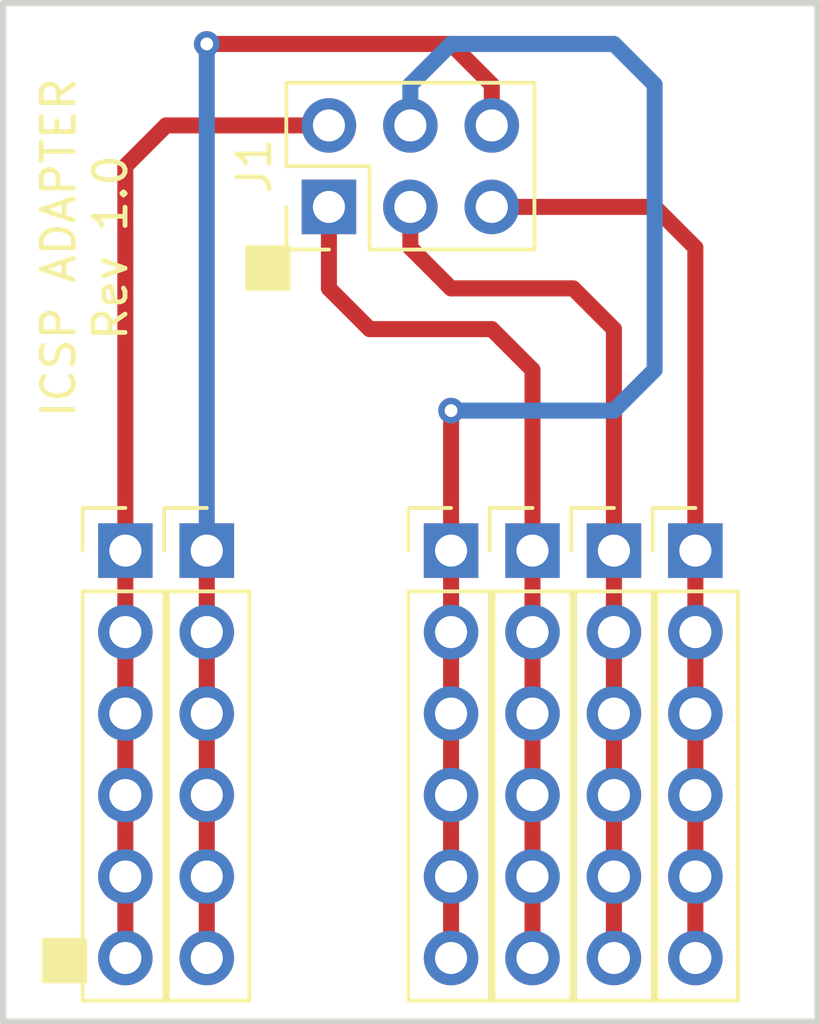
<source format=kicad_pcb>
(kicad_pcb (version 20171130) (host pcbnew "(5.0.1-3-g963ef8bb5)")

  (general
    (thickness 1.6)
    (drawings 7)
    (tracks 41)
    (zones 0)
    (modules 7)
    (nets 7)
  )

  (page A4)
  (layers
    (0 F.Cu signal)
    (31 B.Cu signal)
    (32 B.Adhes user)
    (33 F.Adhes user)
    (34 B.Paste user)
    (35 F.Paste user)
    (36 B.SilkS user)
    (37 F.SilkS user)
    (38 B.Mask user)
    (39 F.Mask user)
    (40 Dwgs.User user)
    (41 Cmts.User user)
    (42 Eco1.User user)
    (43 Eco2.User user)
    (44 Edge.Cuts user)
    (45 Margin user)
    (46 B.CrtYd user)
    (47 F.CrtYd user)
    (48 B.Fab user)
    (49 F.Fab user)
  )

  (setup
    (last_trace_width 0.25)
    (user_trace_width 0.5)
    (user_trace_width 1)
    (trace_clearance 0.2)
    (zone_clearance 0.508)
    (zone_45_only no)
    (trace_min 0.2)
    (segment_width 0.2)
    (edge_width 0.2)
    (via_size 0.8)
    (via_drill 0.4)
    (via_min_size 0.4)
    (via_min_drill 0.3)
    (uvia_size 0.3)
    (uvia_drill 0.1)
    (uvias_allowed no)
    (uvia_min_size 0.2)
    (uvia_min_drill 0.1)
    (pcb_text_width 0.3)
    (pcb_text_size 1.5 1.5)
    (mod_edge_width 0.15)
    (mod_text_size 1 1)
    (mod_text_width 0.15)
    (pad_size 1.524 1.524)
    (pad_drill 0.762)
    (pad_to_mask_clearance 0.051)
    (solder_mask_min_width 0.25)
    (aux_axis_origin 0 0)
    (visible_elements FEFFFF7F)
    (pcbplotparams
      (layerselection 0x010fc_ffffffff)
      (usegerberextensions false)
      (usegerberattributes false)
      (usegerberadvancedattributes false)
      (creategerberjobfile false)
      (excludeedgelayer true)
      (linewidth 0.100000)
      (plotframeref false)
      (viasonmask false)
      (mode 1)
      (useauxorigin false)
      (hpglpennumber 1)
      (hpglpenspeed 20)
      (hpglpendiameter 15.000000)
      (psnegative false)
      (psa4output false)
      (plotreference true)
      (plotvalue true)
      (plotinvisibletext false)
      (padsonsilk false)
      (subtractmaskfromsilk false)
      (outputformat 1)
      (mirror false)
      (drillshape 0)
      (scaleselection 1)
      (outputdirectory "gerber/"))
  )

  (net 0 "")
  (net 1 "Net-(J1-Pad6)")
  (net 2 "Net-(J1-Pad5)")
  (net 3 "Net-(J1-Pad4)")
  (net 4 "Net-(J1-Pad3)")
  (net 5 "Net-(J1-Pad2)")
  (net 6 "Net-(J1-Pad1)")

  (net_class Default "This is the default net class."
    (clearance 0.2)
    (trace_width 0.25)
    (via_dia 0.8)
    (via_drill 0.4)
    (uvia_dia 0.3)
    (uvia_drill 0.1)
    (add_net "Net-(J1-Pad1)")
    (add_net "Net-(J1-Pad2)")
    (add_net "Net-(J1-Pad3)")
    (add_net "Net-(J1-Pad4)")
    (add_net "Net-(J1-Pad5)")
    (add_net "Net-(J1-Pad6)")
  )

  (module Pin_Headers:Pin_Header_Straight_2x03_Pitch2.54mm (layer F.Cu) (tedit 59650532) (tstamp 5C0FD8DB)
    (at 125.73 109.22 90)
    (descr "Through hole straight pin header, 2x03, 2.54mm pitch, double rows")
    (tags "Through hole pin header THT 2x03 2.54mm double row")
    (path /5C0FE2D4)
    (fp_text reference J1 (at 1.27 -2.33 90) (layer F.SilkS)
      (effects (font (size 1 1) (thickness 0.15)))
    )
    (fp_text value ICSP (at 1.27 7.41 90) (layer F.Fab)
      (effects (font (size 1 1) (thickness 0.15)))
    )
    (fp_text user %R (at 1.27 2.54 180) (layer F.Fab)
      (effects (font (size 1 1) (thickness 0.15)))
    )
    (fp_line (start 4.35 -1.8) (end -1.8 -1.8) (layer F.CrtYd) (width 0.05))
    (fp_line (start 4.35 6.85) (end 4.35 -1.8) (layer F.CrtYd) (width 0.05))
    (fp_line (start -1.8 6.85) (end 4.35 6.85) (layer F.CrtYd) (width 0.05))
    (fp_line (start -1.8 -1.8) (end -1.8 6.85) (layer F.CrtYd) (width 0.05))
    (fp_line (start -1.33 -1.33) (end 0 -1.33) (layer F.SilkS) (width 0.12))
    (fp_line (start -1.33 0) (end -1.33 -1.33) (layer F.SilkS) (width 0.12))
    (fp_line (start 1.27 -1.33) (end 3.87 -1.33) (layer F.SilkS) (width 0.12))
    (fp_line (start 1.27 1.27) (end 1.27 -1.33) (layer F.SilkS) (width 0.12))
    (fp_line (start -1.33 1.27) (end 1.27 1.27) (layer F.SilkS) (width 0.12))
    (fp_line (start 3.87 -1.33) (end 3.87 6.41) (layer F.SilkS) (width 0.12))
    (fp_line (start -1.33 1.27) (end -1.33 6.41) (layer F.SilkS) (width 0.12))
    (fp_line (start -1.33 6.41) (end 3.87 6.41) (layer F.SilkS) (width 0.12))
    (fp_line (start -1.27 0) (end 0 -1.27) (layer F.Fab) (width 0.1))
    (fp_line (start -1.27 6.35) (end -1.27 0) (layer F.Fab) (width 0.1))
    (fp_line (start 3.81 6.35) (end -1.27 6.35) (layer F.Fab) (width 0.1))
    (fp_line (start 3.81 -1.27) (end 3.81 6.35) (layer F.Fab) (width 0.1))
    (fp_line (start 0 -1.27) (end 3.81 -1.27) (layer F.Fab) (width 0.1))
    (pad 6 thru_hole oval (at 2.54 5.08 90) (size 1.7 1.7) (drill 1) (layers *.Cu *.Mask)
      (net 1 "Net-(J1-Pad6)"))
    (pad 5 thru_hole oval (at 0 5.08 90) (size 1.7 1.7) (drill 1) (layers *.Cu *.Mask)
      (net 2 "Net-(J1-Pad5)"))
    (pad 4 thru_hole oval (at 2.54 2.54 90) (size 1.7 1.7) (drill 1) (layers *.Cu *.Mask)
      (net 3 "Net-(J1-Pad4)"))
    (pad 3 thru_hole oval (at 0 2.54 90) (size 1.7 1.7) (drill 1) (layers *.Cu *.Mask)
      (net 4 "Net-(J1-Pad3)"))
    (pad 2 thru_hole oval (at 2.54 0 90) (size 1.7 1.7) (drill 1) (layers *.Cu *.Mask)
      (net 5 "Net-(J1-Pad2)"))
    (pad 1 thru_hole rect (at 0 0 90) (size 1.7 1.7) (drill 1) (layers *.Cu *.Mask)
      (net 6 "Net-(J1-Pad1)"))
    (model ${KISYS3DMOD}/Pin_Headers.3dshapes/Pin_Header_Straight_2x03_Pitch2.54mm.wrl
      (at (xyz 0 0 0))
      (scale (xyz 1 1 1))
      (rotate (xyz 0 0 0))
    )
  )

  (module footprints:pogo_horizontal (layer F.Cu) (tedit 5C0FDA79) (tstamp 5C0FD6A4)
    (at 119.38 119.935001)
    (descr "Through hole straight pin header, 1x06, 2.54mm pitch, single row")
    (tags "Through hole pin header THT 1x06 2.54mm single row")
    (path /5C0FE002)
    (fp_text reference PIN1 (at 0 -2.33) (layer F.SilkS) hide
      (effects (font (size 1 1) (thickness 0.15)))
    )
    (fp_text value pogo_pin (at 10.16 15.954999) (layer F.Fab) hide
      (effects (font (size 1 1) (thickness 0.15)))
    )
    (fp_text user %R (at -2.54 7.62 90) (layer F.Fab) hide
      (effects (font (size 1 1) (thickness 0.15)))
    )
    (fp_line (start 1.8 -1.8) (end -1.8 -1.8) (layer F.CrtYd) (width 0.05))
    (fp_line (start 1.8 14.5) (end 1.8 -1.8) (layer F.CrtYd) (width 0.05))
    (fp_line (start -1.8 14.5) (end 1.8 14.5) (layer F.CrtYd) (width 0.05))
    (fp_line (start -1.8 -1.8) (end -1.8 14.5) (layer F.CrtYd) (width 0.05))
    (fp_line (start -1.33 -1.33) (end 0 -1.33) (layer F.SilkS) (width 0.12))
    (fp_line (start -1.33 0) (end -1.33 -1.33) (layer F.SilkS) (width 0.12))
    (fp_line (start -1.33 1.27) (end 1.33 1.27) (layer F.SilkS) (width 0.12))
    (fp_line (start 1.33 1.27) (end 1.33 14.03) (layer F.SilkS) (width 0.12))
    (fp_line (start -1.33 1.27) (end -1.33 14.03) (layer F.SilkS) (width 0.12))
    (fp_line (start -1.33 14.03) (end 1.33 14.03) (layer F.SilkS) (width 0.12))
    (fp_line (start -1.27 -0.635) (end -0.635 -1.27) (layer F.Fab) (width 0.1))
    (fp_line (start -1.27 13.97) (end -1.27 -0.635) (layer F.Fab) (width 0.1))
    (fp_line (start 1.27 13.97) (end -1.27 13.97) (layer F.Fab) (width 0.1))
    (fp_line (start 1.27 -1.27) (end 1.27 13.97) (layer F.Fab) (width 0.1))
    (fp_line (start -0.635 -1.27) (end 1.27 -1.27) (layer F.Fab) (width 0.1))
    (pad 1 thru_hole oval (at 0 12.7) (size 1.7 1.7) (drill 1) (layers *.Cu *.Mask)
      (net 5 "Net-(J1-Pad2)"))
    (pad 1 thru_hole oval (at 0 10.16) (size 1.7 1.7) (drill 1) (layers *.Cu *.Mask)
      (net 5 "Net-(J1-Pad2)"))
    (pad 1 thru_hole oval (at 0 7.62) (size 1.7 1.7) (drill 1) (layers *.Cu *.Mask)
      (net 5 "Net-(J1-Pad2)"))
    (pad 1 thru_hole oval (at 0 5.08) (size 1.7 1.7) (drill 1) (layers *.Cu *.Mask)
      (net 5 "Net-(J1-Pad2)"))
    (pad 1 thru_hole oval (at 0 2.54) (size 1.7 1.7) (drill 1) (layers *.Cu *.Mask)
      (net 5 "Net-(J1-Pad2)"))
    (pad 1 thru_hole rect (at 0 0) (size 1.7 1.7) (drill 1) (layers *.Cu *.Mask)
      (net 5 "Net-(J1-Pad2)"))
    (model ${KISYS3DMOD}/Pin_Headers.3dshapes/Pin_Header_Straight_1x06_Pitch2.54mm.wrl
      (at (xyz 0 0 0))
      (scale (xyz 1 1 1))
      (rotate (xyz 0 0 0))
    )
  )

  (module footprints:pogo_horizontal (layer F.Cu) (tedit 5C0FDA7E) (tstamp 5C0FD6BE)
    (at 121.92 119.935001)
    (descr "Through hole straight pin header, 1x06, 2.54mm pitch, single row")
    (tags "Through hole pin header THT 1x06 2.54mm single row")
    (path /5C0FE0AB)
    (fp_text reference PIN2 (at 0 -2.33) (layer F.SilkS) hide
      (effects (font (size 1 1) (thickness 0.15)))
    )
    (fp_text value pogo_pin (at 0 15.03) (layer F.Fab) hide
      (effects (font (size 1 1) (thickness 0.15)))
    )
    (fp_line (start -0.635 -1.27) (end 1.27 -1.27) (layer F.Fab) (width 0.1))
    (fp_line (start 1.27 -1.27) (end 1.27 13.97) (layer F.Fab) (width 0.1))
    (fp_line (start 1.27 13.97) (end -1.27 13.97) (layer F.Fab) (width 0.1))
    (fp_line (start -1.27 13.97) (end -1.27 -0.635) (layer F.Fab) (width 0.1))
    (fp_line (start -1.27 -0.635) (end -0.635 -1.27) (layer F.Fab) (width 0.1))
    (fp_line (start -1.33 14.03) (end 1.33 14.03) (layer F.SilkS) (width 0.12))
    (fp_line (start -1.33 1.27) (end -1.33 14.03) (layer F.SilkS) (width 0.12))
    (fp_line (start 1.33 1.27) (end 1.33 14.03) (layer F.SilkS) (width 0.12))
    (fp_line (start -1.33 1.27) (end 1.33 1.27) (layer F.SilkS) (width 0.12))
    (fp_line (start -1.33 0) (end -1.33 -1.33) (layer F.SilkS) (width 0.12))
    (fp_line (start -1.33 -1.33) (end 0 -1.33) (layer F.SilkS) (width 0.12))
    (fp_line (start -1.8 -1.8) (end -1.8 14.5) (layer F.CrtYd) (width 0.05))
    (fp_line (start -1.8 14.5) (end 1.8 14.5) (layer F.CrtYd) (width 0.05))
    (fp_line (start 1.8 14.5) (end 1.8 -1.8) (layer F.CrtYd) (width 0.05))
    (fp_line (start 1.8 -1.8) (end -1.8 -1.8) (layer F.CrtYd) (width 0.05))
    (fp_text user %R (at -2.54 7.62 90) (layer F.Fab)
      (effects (font (size 1 1) (thickness 0.15)))
    )
    (pad 1 thru_hole rect (at 0 0) (size 1.7 1.7) (drill 1) (layers *.Cu *.Mask)
      (net 1 "Net-(J1-Pad6)"))
    (pad 1 thru_hole oval (at 0 2.54) (size 1.7 1.7) (drill 1) (layers *.Cu *.Mask)
      (net 1 "Net-(J1-Pad6)"))
    (pad 1 thru_hole oval (at 0 5.08) (size 1.7 1.7) (drill 1) (layers *.Cu *.Mask)
      (net 1 "Net-(J1-Pad6)"))
    (pad 1 thru_hole oval (at 0 7.62) (size 1.7 1.7) (drill 1) (layers *.Cu *.Mask)
      (net 1 "Net-(J1-Pad6)"))
    (pad 1 thru_hole oval (at 0 10.16) (size 1.7 1.7) (drill 1) (layers *.Cu *.Mask)
      (net 1 "Net-(J1-Pad6)"))
    (pad 1 thru_hole oval (at 0 12.7) (size 1.7 1.7) (drill 1) (layers *.Cu *.Mask)
      (net 1 "Net-(J1-Pad6)"))
    (model ${KISYS3DMOD}/Pin_Headers.3dshapes/Pin_Header_Straight_1x06_Pitch2.54mm.wrl
      (at (xyz 0 0 0))
      (scale (xyz 1 1 1))
      (rotate (xyz 0 0 0))
    )
  )

  (module footprints:pogo_horizontal (layer F.Cu) (tedit 5C0FDA85) (tstamp 5C0FD6D8)
    (at 129.54 119.935001)
    (descr "Through hole straight pin header, 1x06, 2.54mm pitch, single row")
    (tags "Through hole pin header THT 1x06 2.54mm single row")
    (path /5C0FE0C6)
    (fp_text reference PIN5 (at 0 -2.33) (layer F.SilkS) hide
      (effects (font (size 1 1) (thickness 0.15)))
    )
    (fp_text value pogo_pin (at 0 15.03) (layer F.Fab) hide
      (effects (font (size 1 1) (thickness 0.15)))
    )
    (fp_text user %R (at -2.54 7.62 90) (layer F.Fab) hide
      (effects (font (size 1 1) (thickness 0.15)))
    )
    (fp_line (start 1.8 -1.8) (end -1.8 -1.8) (layer F.CrtYd) (width 0.05))
    (fp_line (start 1.8 14.5) (end 1.8 -1.8) (layer F.CrtYd) (width 0.05))
    (fp_line (start -1.8 14.5) (end 1.8 14.5) (layer F.CrtYd) (width 0.05))
    (fp_line (start -1.8 -1.8) (end -1.8 14.5) (layer F.CrtYd) (width 0.05))
    (fp_line (start -1.33 -1.33) (end 0 -1.33) (layer F.SilkS) (width 0.12))
    (fp_line (start -1.33 0) (end -1.33 -1.33) (layer F.SilkS) (width 0.12))
    (fp_line (start -1.33 1.27) (end 1.33 1.27) (layer F.SilkS) (width 0.12))
    (fp_line (start 1.33 1.27) (end 1.33 14.03) (layer F.SilkS) (width 0.12))
    (fp_line (start -1.33 1.27) (end -1.33 14.03) (layer F.SilkS) (width 0.12))
    (fp_line (start -1.33 14.03) (end 1.33 14.03) (layer F.SilkS) (width 0.12))
    (fp_line (start -1.27 -0.635) (end -0.635 -1.27) (layer F.Fab) (width 0.1))
    (fp_line (start -1.27 13.97) (end -1.27 -0.635) (layer F.Fab) (width 0.1))
    (fp_line (start 1.27 13.97) (end -1.27 13.97) (layer F.Fab) (width 0.1))
    (fp_line (start 1.27 -1.27) (end 1.27 13.97) (layer F.Fab) (width 0.1))
    (fp_line (start -0.635 -1.27) (end 1.27 -1.27) (layer F.Fab) (width 0.1))
    (pad 1 thru_hole oval (at 0 12.7) (size 1.7 1.7) (drill 1) (layers *.Cu *.Mask)
      (net 3 "Net-(J1-Pad4)"))
    (pad 1 thru_hole oval (at 0 10.16) (size 1.7 1.7) (drill 1) (layers *.Cu *.Mask)
      (net 3 "Net-(J1-Pad4)"))
    (pad 1 thru_hole oval (at 0 7.62) (size 1.7 1.7) (drill 1) (layers *.Cu *.Mask)
      (net 3 "Net-(J1-Pad4)"))
    (pad 1 thru_hole oval (at 0 5.08) (size 1.7 1.7) (drill 1) (layers *.Cu *.Mask)
      (net 3 "Net-(J1-Pad4)"))
    (pad 1 thru_hole oval (at 0 2.54) (size 1.7 1.7) (drill 1) (layers *.Cu *.Mask)
      (net 3 "Net-(J1-Pad4)"))
    (pad 1 thru_hole rect (at 0 0) (size 1.7 1.7) (drill 1) (layers *.Cu *.Mask)
      (net 3 "Net-(J1-Pad4)"))
    (model ${KISYS3DMOD}/Pin_Headers.3dshapes/Pin_Header_Straight_1x06_Pitch2.54mm.wrl
      (at (xyz 0 0 0))
      (scale (xyz 1 1 1))
      (rotate (xyz 0 0 0))
    )
  )

  (module footprints:pogo_horizontal (layer F.Cu) (tedit 5C0FDA8F) (tstamp 5C0FD6F2)
    (at 132.08 119.935001)
    (descr "Through hole straight pin header, 1x06, 2.54mm pitch, single row")
    (tags "Through hole pin header THT 1x06 2.54mm single row")
    (path /5C0FE0DB)
    (fp_text reference PIN6 (at 0 -2.33) (layer F.SilkS) hide
      (effects (font (size 1 1) (thickness 0.15)))
    )
    (fp_text value pogo_pin (at 0 15.03) (layer F.Fab) hide
      (effects (font (size 1 1) (thickness 0.15)))
    )
    (fp_line (start -0.635 -1.27) (end 1.27 -1.27) (layer F.Fab) (width 0.1))
    (fp_line (start 1.27 -1.27) (end 1.27 13.97) (layer F.Fab) (width 0.1))
    (fp_line (start 1.27 13.97) (end -1.27 13.97) (layer F.Fab) (width 0.1))
    (fp_line (start -1.27 13.97) (end -1.27 -0.635) (layer F.Fab) (width 0.1))
    (fp_line (start -1.27 -0.635) (end -0.635 -1.27) (layer F.Fab) (width 0.1))
    (fp_line (start -1.33 14.03) (end 1.33 14.03) (layer F.SilkS) (width 0.12))
    (fp_line (start -1.33 1.27) (end -1.33 14.03) (layer F.SilkS) (width 0.12))
    (fp_line (start 1.33 1.27) (end 1.33 14.03) (layer F.SilkS) (width 0.12))
    (fp_line (start -1.33 1.27) (end 1.33 1.27) (layer F.SilkS) (width 0.12))
    (fp_line (start -1.33 0) (end -1.33 -1.33) (layer F.SilkS) (width 0.12))
    (fp_line (start -1.33 -1.33) (end 0 -1.33) (layer F.SilkS) (width 0.12))
    (fp_line (start -1.8 -1.8) (end -1.8 14.5) (layer F.CrtYd) (width 0.05))
    (fp_line (start -1.8 14.5) (end 1.8 14.5) (layer F.CrtYd) (width 0.05))
    (fp_line (start 1.8 14.5) (end 1.8 -1.8) (layer F.CrtYd) (width 0.05))
    (fp_line (start 1.8 -1.8) (end -1.8 -1.8) (layer F.CrtYd) (width 0.05))
    (fp_text user %R (at -2.54 7.62 90) (layer F.Fab) hide
      (effects (font (size 1 1) (thickness 0.15)))
    )
    (pad 1 thru_hole rect (at 0 0) (size 1.7 1.7) (drill 1) (layers *.Cu *.Mask)
      (net 6 "Net-(J1-Pad1)"))
    (pad 1 thru_hole oval (at 0 2.54) (size 1.7 1.7) (drill 1) (layers *.Cu *.Mask)
      (net 6 "Net-(J1-Pad1)"))
    (pad 1 thru_hole oval (at 0 5.08) (size 1.7 1.7) (drill 1) (layers *.Cu *.Mask)
      (net 6 "Net-(J1-Pad1)"))
    (pad 1 thru_hole oval (at 0 7.62) (size 1.7 1.7) (drill 1) (layers *.Cu *.Mask)
      (net 6 "Net-(J1-Pad1)"))
    (pad 1 thru_hole oval (at 0 10.16) (size 1.7 1.7) (drill 1) (layers *.Cu *.Mask)
      (net 6 "Net-(J1-Pad1)"))
    (pad 1 thru_hole oval (at 0 12.7) (size 1.7 1.7) (drill 1) (layers *.Cu *.Mask)
      (net 6 "Net-(J1-Pad1)"))
    (model ${KISYS3DMOD}/Pin_Headers.3dshapes/Pin_Header_Straight_1x06_Pitch2.54mm.wrl
      (at (xyz 0 0 0))
      (scale (xyz 1 1 1))
      (rotate (xyz 0 0 0))
    )
  )

  (module footprints:pogo_horizontal (layer F.Cu) (tedit 5C0FDA94) (tstamp 5C0FD70C)
    (at 134.62 119.935001)
    (descr "Through hole straight pin header, 1x06, 2.54mm pitch, single row")
    (tags "Through hole pin header THT 1x06 2.54mm single row")
    (path /5C0FE0F2)
    (fp_text reference PIN7 (at 0 -2.33) (layer F.SilkS) hide
      (effects (font (size 1 1) (thickness 0.15)))
    )
    (fp_text value pogo_pin (at 0 15.03) (layer F.Fab) hide
      (effects (font (size 1 1) (thickness 0.15)))
    )
    (fp_text user %R (at -2.54 7.62 90) (layer F.Fab) hide
      (effects (font (size 1 1) (thickness 0.15)))
    )
    (fp_line (start 1.8 -1.8) (end -1.8 -1.8) (layer F.CrtYd) (width 0.05))
    (fp_line (start 1.8 14.5) (end 1.8 -1.8) (layer F.CrtYd) (width 0.05))
    (fp_line (start -1.8 14.5) (end 1.8 14.5) (layer F.CrtYd) (width 0.05))
    (fp_line (start -1.8 -1.8) (end -1.8 14.5) (layer F.CrtYd) (width 0.05))
    (fp_line (start -1.33 -1.33) (end 0 -1.33) (layer F.SilkS) (width 0.12))
    (fp_line (start -1.33 0) (end -1.33 -1.33) (layer F.SilkS) (width 0.12))
    (fp_line (start -1.33 1.27) (end 1.33 1.27) (layer F.SilkS) (width 0.12))
    (fp_line (start 1.33 1.27) (end 1.33 14.03) (layer F.SilkS) (width 0.12))
    (fp_line (start -1.33 1.27) (end -1.33 14.03) (layer F.SilkS) (width 0.12))
    (fp_line (start -1.33 14.03) (end 1.33 14.03) (layer F.SilkS) (width 0.12))
    (fp_line (start -1.27 -0.635) (end -0.635 -1.27) (layer F.Fab) (width 0.1))
    (fp_line (start -1.27 13.97) (end -1.27 -0.635) (layer F.Fab) (width 0.1))
    (fp_line (start 1.27 13.97) (end -1.27 13.97) (layer F.Fab) (width 0.1))
    (fp_line (start 1.27 -1.27) (end 1.27 13.97) (layer F.Fab) (width 0.1))
    (fp_line (start -0.635 -1.27) (end 1.27 -1.27) (layer F.Fab) (width 0.1))
    (pad 1 thru_hole oval (at 0 12.7) (size 1.7 1.7) (drill 1) (layers *.Cu *.Mask)
      (net 4 "Net-(J1-Pad3)"))
    (pad 1 thru_hole oval (at 0 10.16) (size 1.7 1.7) (drill 1) (layers *.Cu *.Mask)
      (net 4 "Net-(J1-Pad3)"))
    (pad 1 thru_hole oval (at 0 7.62) (size 1.7 1.7) (drill 1) (layers *.Cu *.Mask)
      (net 4 "Net-(J1-Pad3)"))
    (pad 1 thru_hole oval (at 0 5.08) (size 1.7 1.7) (drill 1) (layers *.Cu *.Mask)
      (net 4 "Net-(J1-Pad3)"))
    (pad 1 thru_hole oval (at 0 2.54) (size 1.7 1.7) (drill 1) (layers *.Cu *.Mask)
      (net 4 "Net-(J1-Pad3)"))
    (pad 1 thru_hole rect (at 0 0) (size 1.7 1.7) (drill 1) (layers *.Cu *.Mask)
      (net 4 "Net-(J1-Pad3)"))
    (model ${KISYS3DMOD}/Pin_Headers.3dshapes/Pin_Header_Straight_1x06_Pitch2.54mm.wrl
      (at (xyz 0 0 0))
      (scale (xyz 1 1 1))
      (rotate (xyz 0 0 0))
    )
  )

  (module footprints:pogo_horizontal (layer F.Cu) (tedit 5C0FDA99) (tstamp 5C0FD726)
    (at 137.16 119.935001)
    (descr "Through hole straight pin header, 1x06, 2.54mm pitch, single row")
    (tags "Through hole pin header THT 1x06 2.54mm single row")
    (path /5C0FE10B)
    (fp_text reference PIN8 (at 0 -2.33) (layer F.SilkS) hide
      (effects (font (size 1 1) (thickness 0.15)))
    )
    (fp_text value pogo_pin (at 0 15.03) (layer F.Fab) hide
      (effects (font (size 1 1) (thickness 0.15)))
    )
    (fp_line (start -0.635 -1.27) (end 1.27 -1.27) (layer F.Fab) (width 0.1))
    (fp_line (start 1.27 -1.27) (end 1.27 13.97) (layer F.Fab) (width 0.1))
    (fp_line (start 1.27 13.97) (end -1.27 13.97) (layer F.Fab) (width 0.1))
    (fp_line (start -1.27 13.97) (end -1.27 -0.635) (layer F.Fab) (width 0.1))
    (fp_line (start -1.27 -0.635) (end -0.635 -1.27) (layer F.Fab) (width 0.1))
    (fp_line (start -1.33 14.03) (end 1.33 14.03) (layer F.SilkS) (width 0.12))
    (fp_line (start -1.33 1.27) (end -1.33 14.03) (layer F.SilkS) (width 0.12))
    (fp_line (start 1.33 1.27) (end 1.33 14.03) (layer F.SilkS) (width 0.12))
    (fp_line (start -1.33 1.27) (end 1.33 1.27) (layer F.SilkS) (width 0.12))
    (fp_line (start -1.33 0) (end -1.33 -1.33) (layer F.SilkS) (width 0.12))
    (fp_line (start -1.33 -1.33) (end 0 -1.33) (layer F.SilkS) (width 0.12))
    (fp_line (start -1.8 -1.8) (end -1.8 14.5) (layer F.CrtYd) (width 0.05))
    (fp_line (start -1.8 14.5) (end 1.8 14.5) (layer F.CrtYd) (width 0.05))
    (fp_line (start 1.8 14.5) (end 1.8 -1.8) (layer F.CrtYd) (width 0.05))
    (fp_line (start 1.8 -1.8) (end -1.8 -1.8) (layer F.CrtYd) (width 0.05))
    (fp_text user %R (at -2.54 7.62 90) (layer F.Fab) hide
      (effects (font (size 1 1) (thickness 0.15)))
    )
    (pad 1 thru_hole rect (at 0 0) (size 1.7 1.7) (drill 1) (layers *.Cu *.Mask)
      (net 2 "Net-(J1-Pad5)"))
    (pad 1 thru_hole oval (at 0 2.54) (size 1.7 1.7) (drill 1) (layers *.Cu *.Mask)
      (net 2 "Net-(J1-Pad5)"))
    (pad 1 thru_hole oval (at 0 5.08) (size 1.7 1.7) (drill 1) (layers *.Cu *.Mask)
      (net 2 "Net-(J1-Pad5)"))
    (pad 1 thru_hole oval (at 0 7.62) (size 1.7 1.7) (drill 1) (layers *.Cu *.Mask)
      (net 2 "Net-(J1-Pad5)"))
    (pad 1 thru_hole oval (at 0 10.16) (size 1.7 1.7) (drill 1) (layers *.Cu *.Mask)
      (net 2 "Net-(J1-Pad5)"))
    (pad 1 thru_hole oval (at 0 12.7) (size 1.7 1.7) (drill 1) (layers *.Cu *.Mask)
      (net 2 "Net-(J1-Pad5)"))
    (model ${KISYS3DMOD}/Pin_Headers.3dshapes/Pin_Header_Straight_1x06_Pitch2.54mm.wrl
      (at (xyz 0 0 0))
      (scale (xyz 1 1 1))
      (rotate (xyz 0 0 0))
    )
  )

  (gr_text "ICSP ADAPTER\nRev 1.0" (at 118.11 110.49 90) (layer F.SilkS)
    (effects (font (size 1 1) (thickness 0.15)))
  )
  (gr_poly (pts (xy 116.84 132.08) (xy 118.11 132.08) (xy 118.11 133.35) (xy 116.84 133.35)) (layer F.SilkS) (width 0.15) (tstamp 5C0FE109))
  (gr_line (start 115.57 134.62) (end 115.57 102.87) (layer Edge.Cuts) (width 0.2))
  (gr_line (start 140.97 134.62) (end 115.57 134.62) (layer Edge.Cuts) (width 0.2))
  (gr_line (start 140.97 102.87) (end 140.97 134.62) (layer Edge.Cuts) (width 0.2))
  (gr_line (start 115.57 102.87) (end 140.97 102.87) (layer Edge.Cuts) (width 0.2))
  (gr_poly (pts (xy 123.19 110.49) (xy 124.46 110.49) (xy 124.46 111.76) (xy 123.19 111.76)) (layer F.SilkS) (width 0.15))

  (segment (start 121.92 132.635001) (end 121.92 119.935001) (width 0.5) (layer F.Cu) (net 1))
  (segment (start 130.81 106.68) (end 130.81 105.41) (width 0.5) (layer F.Cu) (net 1))
  (segment (start 130.81 105.41) (end 129.54 104.14) (width 0.5) (layer F.Cu) (net 1))
  (segment (start 129.54 104.14) (end 121.92 104.14) (width 0.5) (layer F.Cu) (net 1))
  (segment (start 121.92 104.14) (end 121.92 104.14) (width 0.5) (layer F.Cu) (net 1) (tstamp 5C0FDDCC))
  (via (at 121.92 104.14) (size 0.8) (drill 0.4) (layers F.Cu B.Cu) (net 1))
  (segment (start 121.92 119.935001) (end 121.92 104.14) (width 0.5) (layer B.Cu) (net 1))
  (segment (start 137.16 132.635001) (end 137.16 119.935001) (width 0.5) (layer F.Cu) (net 2))
  (segment (start 130.81 109.22) (end 135.89 109.22) (width 0.5) (layer F.Cu) (net 2))
  (segment (start 137.16 114.3) (end 137.16 119.935001) (width 0.5) (layer F.Cu) (net 2))
  (segment (start 135.89 109.22) (end 137.16 110.49) (width 0.5) (layer F.Cu) (net 2))
  (segment (start 137.16 110.49) (end 137.16 114.3) (width 0.5) (layer F.Cu) (net 2))
  (segment (start 129.54 132.635001) (end 129.54 119.935001) (width 0.5) (layer F.Cu) (net 3))
  (segment (start 128.27 106.68) (end 128.27 105.41) (width 0.5) (layer B.Cu) (net 3))
  (segment (start 128.27 105.41) (end 129.54 104.14) (width 0.5) (layer B.Cu) (net 3))
  (segment (start 129.54 104.14) (end 134.62 104.14) (width 0.5) (layer B.Cu) (net 3))
  (segment (start 134.62 104.14) (end 135.89 105.41) (width 0.5) (layer B.Cu) (net 3))
  (segment (start 135.89 105.41) (end 135.89 114.3) (width 0.5) (layer B.Cu) (net 3))
  (segment (start 135.89 114.3) (end 134.62 115.57) (width 0.5) (layer B.Cu) (net 3))
  (segment (start 134.62 115.57) (end 129.54 115.57) (width 0.5) (layer B.Cu) (net 3))
  (segment (start 129.54 115.57) (end 129.54 115.57) (width 0.5) (layer B.Cu) (net 3) (tstamp 5C0FDDD4))
  (via (at 129.54 115.57) (size 0.8) (drill 0.4) (layers F.Cu B.Cu) (net 3) (status 1000000))
  (segment (start 129.54 119.935001) (end 129.54 115.57) (width 0.5) (layer F.Cu) (net 3))
  (segment (start 134.62 132.635001) (end 134.62 119.935001) (width 0.5) (layer F.Cu) (net 4))
  (segment (start 129.54 111.76) (end 133.35 111.76) (width 0.5) (layer F.Cu) (net 4))
  (segment (start 133.35 111.76) (end 134.62 113.03) (width 0.5) (layer F.Cu) (net 4))
  (segment (start 134.62 115.57) (end 134.62 119.935001) (width 0.5) (layer F.Cu) (net 4))
  (segment (start 129.54 111.76) (end 128.27 110.49) (width 0.5) (layer F.Cu) (net 4))
  (segment (start 128.27 110.49) (end 128.27 109.22) (width 0.5) (layer F.Cu) (net 4))
  (segment (start 134.62 113.03) (end 134.62 115.57) (width 0.5) (layer F.Cu) (net 4))
  (segment (start 119.38 132.635001) (end 119.38 119.935001) (width 0.5) (layer F.Cu) (net 5))
  (segment (start 125.73 106.68) (end 120.65 106.68) (width 0.5) (layer F.Cu) (net 5))
  (segment (start 119.38 111.76) (end 119.38 119.935001) (width 0.5) (layer F.Cu) (net 5))
  (segment (start 120.65 106.68) (end 119.38 107.95) (width 0.5) (layer F.Cu) (net 5))
  (segment (start 119.38 107.95) (end 119.38 111.76) (width 0.5) (layer F.Cu) (net 5))
  (segment (start 132.08 132.635001) (end 132.08 119.935001) (width 0.5) (layer F.Cu) (net 6))
  (segment (start 132.08 119.935001) (end 132.08 114.3) (width 0.5) (layer F.Cu) (net 6))
  (segment (start 132.08 114.3) (end 130.81 113.03) (width 0.5) (layer F.Cu) (net 6))
  (segment (start 130.81 113.03) (end 127 113.03) (width 0.5) (layer F.Cu) (net 6))
  (segment (start 127 113.03) (end 125.73 111.76) (width 0.5) (layer F.Cu) (net 6))
  (segment (start 125.73 111.76) (end 125.73 109.22) (width 0.5) (layer F.Cu) (net 6))

)

</source>
